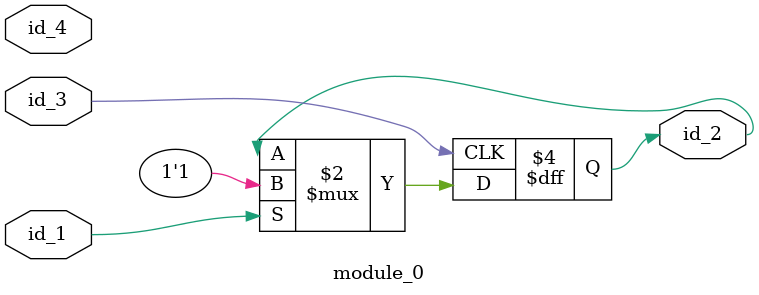
<source format=v>
module module_0 (
    id_1,
    id_2,
    id_3,
    id_4
);
  input id_4;
  input id_3;
  output id_2;
  input id_1;
  always @(posedge id_3) begin
    if (id_1) begin
      id_2 <= 1;
    end
  end
  id_5 id_6 (
      .id_7(id_7),
      .id_7(id_8)
  );
endmodule

</source>
